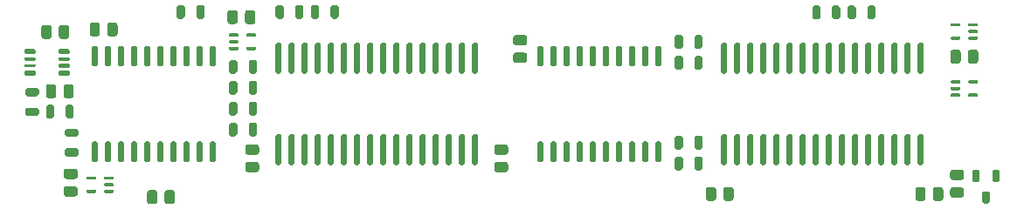
<source format=gtp>
G04 #@! TF.GenerationSoftware,KiCad,Pcbnew,(5.1.10-1-10_14)*
G04 #@! TF.CreationDate,2021-07-01T19:13:49-04:00*
G04 #@! TF.ProjectId,MacIIfxRAMSIMM,4d616349-4966-4785-9241-4d53494d4d2e,rev?*
G04 #@! TF.SameCoordinates,Original*
G04 #@! TF.FileFunction,Paste,Top*
G04 #@! TF.FilePolarity,Positive*
%FSLAX46Y46*%
G04 Gerber Fmt 4.6, Leading zero omitted, Abs format (unit mm)*
G04 Created by KiCad (PCBNEW (5.1.10-1-10_14)) date 2021-07-01 19:13:49*
%MOMM*%
%LPD*%
G01*
G04 APERTURE LIST*
G04 APERTURE END LIST*
G36*
G01*
X77115000Y-108830000D02*
X77115000Y-108570000D01*
G75*
G02*
X77245000Y-108440000I130000J0D01*
G01*
X78055000Y-108440000D01*
G75*
G02*
X78185000Y-108570000I0J-130000D01*
G01*
X78185000Y-108830000D01*
G75*
G02*
X78055000Y-108960000I-130000J0D01*
G01*
X77245000Y-108960000D01*
G75*
G02*
X77115000Y-108830000I0J130000D01*
G01*
G37*
G36*
G01*
X77115000Y-109517500D02*
X77115000Y-109332500D01*
G75*
G02*
X77207500Y-109240000I92500J0D01*
G01*
X78092500Y-109240000D01*
G75*
G02*
X78185000Y-109332500I0J-92500D01*
G01*
X78185000Y-109517500D01*
G75*
G02*
X78092500Y-109610000I-92500J0D01*
G01*
X77207500Y-109610000D01*
G75*
G02*
X77115000Y-109517500I0J92500D01*
G01*
G37*
G36*
G01*
X77115000Y-110167500D02*
X77115000Y-109982500D01*
G75*
G02*
X77207500Y-109890000I92500J0D01*
G01*
X78092500Y-109890000D01*
G75*
G02*
X78185000Y-109982500I0J-92500D01*
G01*
X78185000Y-110167500D01*
G75*
G02*
X78092500Y-110260000I-92500J0D01*
G01*
X77207500Y-110260000D01*
G75*
G02*
X77115000Y-110167500I0J92500D01*
G01*
G37*
G36*
G01*
X77115000Y-110930000D02*
X77115000Y-110670000D01*
G75*
G02*
X77245000Y-110540000I130000J0D01*
G01*
X78055000Y-110540000D01*
G75*
G02*
X78185000Y-110670000I0J-130000D01*
G01*
X78185000Y-110930000D01*
G75*
G02*
X78055000Y-111060000I-130000J0D01*
G01*
X77245000Y-111060000D01*
G75*
G02*
X77115000Y-110930000I0J130000D01*
G01*
G37*
G36*
G01*
X73815000Y-110930000D02*
X73815000Y-110670000D01*
G75*
G02*
X73945000Y-110540000I130000J0D01*
G01*
X74755000Y-110540000D01*
G75*
G02*
X74885000Y-110670000I0J-130000D01*
G01*
X74885000Y-110930000D01*
G75*
G02*
X74755000Y-111060000I-130000J0D01*
G01*
X73945000Y-111060000D01*
G75*
G02*
X73815000Y-110930000I0J130000D01*
G01*
G37*
G36*
G01*
X73815000Y-110155000D02*
X73815000Y-109995000D01*
G75*
G02*
X73895000Y-109915000I80000J0D01*
G01*
X74805000Y-109915000D01*
G75*
G02*
X74885000Y-109995000I0J-80000D01*
G01*
X74885000Y-110155000D01*
G75*
G02*
X74805000Y-110235000I-80000J0D01*
G01*
X73895000Y-110235000D01*
G75*
G02*
X73815000Y-110155000I0J80000D01*
G01*
G37*
G36*
G01*
X73815000Y-109505000D02*
X73815000Y-109345000D01*
G75*
G02*
X73895000Y-109265000I80000J0D01*
G01*
X74805000Y-109265000D01*
G75*
G02*
X74885000Y-109345000I0J-80000D01*
G01*
X74885000Y-109505000D01*
G75*
G02*
X74805000Y-109585000I-80000J0D01*
G01*
X73895000Y-109585000D01*
G75*
G02*
X73815000Y-109505000I0J80000D01*
G01*
G37*
G36*
G01*
X73815000Y-108830000D02*
X73815000Y-108570000D01*
G75*
G02*
X73945000Y-108440000I130000J0D01*
G01*
X74755000Y-108440000D01*
G75*
G02*
X74885000Y-108570000I0J-130000D01*
G01*
X74885000Y-108830000D01*
G75*
G02*
X74755000Y-108960000I-130000J0D01*
G01*
X73945000Y-108960000D01*
G75*
G02*
X73815000Y-108830000I0J130000D01*
G01*
G37*
G36*
G01*
X95460000Y-119437000D02*
X96310000Y-119437000D01*
G75*
G02*
X96560000Y-119687000I0J-250000D01*
G01*
X96560000Y-120187000D01*
G75*
G02*
X96310000Y-120437000I-250000J0D01*
G01*
X95460000Y-120437000D01*
G75*
G02*
X95210000Y-120187000I0J250000D01*
G01*
X95210000Y-119687000D01*
G75*
G02*
X95460000Y-119437000I250000J0D01*
G01*
G37*
G36*
G01*
X95460000Y-117737000D02*
X96310000Y-117737000D01*
G75*
G02*
X96560000Y-117987000I0J-250000D01*
G01*
X96560000Y-118487000D01*
G75*
G02*
X96310000Y-118737000I-250000J0D01*
G01*
X95460000Y-118737000D01*
G75*
G02*
X95210000Y-118487000I0J250000D01*
G01*
X95210000Y-117987000D01*
G75*
G02*
X95460000Y-117737000I250000J0D01*
G01*
G37*
G36*
G01*
X141742500Y-110846000D02*
X141467500Y-110846000D01*
G75*
G02*
X141330000Y-110708500I0J137500D01*
G01*
X141330000Y-107985500D01*
G75*
G02*
X141467500Y-107848000I137500J0D01*
G01*
X141742500Y-107848000D01*
G75*
G02*
X141880000Y-107985500I0J-137500D01*
G01*
X141880000Y-110708500D01*
G75*
G02*
X141742500Y-110846000I-137500J0D01*
G01*
G37*
G36*
G01*
X143012500Y-110846000D02*
X142737500Y-110846000D01*
G75*
G02*
X142600000Y-110708500I0J137500D01*
G01*
X142600000Y-107985500D01*
G75*
G02*
X142737500Y-107848000I137500J0D01*
G01*
X143012500Y-107848000D01*
G75*
G02*
X143150000Y-107985500I0J-137500D01*
G01*
X143150000Y-110708500D01*
G75*
G02*
X143012500Y-110846000I-137500J0D01*
G01*
G37*
G36*
G01*
X144282500Y-110846000D02*
X144007500Y-110846000D01*
G75*
G02*
X143870000Y-110708500I0J137500D01*
G01*
X143870000Y-107985500D01*
G75*
G02*
X144007500Y-107848000I137500J0D01*
G01*
X144282500Y-107848000D01*
G75*
G02*
X144420000Y-107985500I0J-137500D01*
G01*
X144420000Y-110708500D01*
G75*
G02*
X144282500Y-110846000I-137500J0D01*
G01*
G37*
G36*
G01*
X145552500Y-110846000D02*
X145277500Y-110846000D01*
G75*
G02*
X145140000Y-110708500I0J137500D01*
G01*
X145140000Y-107985500D01*
G75*
G02*
X145277500Y-107848000I137500J0D01*
G01*
X145552500Y-107848000D01*
G75*
G02*
X145690000Y-107985500I0J-137500D01*
G01*
X145690000Y-110708500D01*
G75*
G02*
X145552500Y-110846000I-137500J0D01*
G01*
G37*
G36*
G01*
X156707500Y-107848000D02*
X156982500Y-107848000D01*
G75*
G02*
X157120000Y-107985500I0J-137500D01*
G01*
X157120000Y-110708500D01*
G75*
G02*
X156982500Y-110846000I-137500J0D01*
G01*
X156707500Y-110846000D01*
G75*
G02*
X156570000Y-110708500I0J137500D01*
G01*
X156570000Y-107985500D01*
G75*
G02*
X156707500Y-107848000I137500J0D01*
G01*
G37*
G36*
G01*
X157977500Y-107848000D02*
X158252500Y-107848000D01*
G75*
G02*
X158390000Y-107985500I0J-137500D01*
G01*
X158390000Y-110708500D01*
G75*
G02*
X158252500Y-110846000I-137500J0D01*
G01*
X157977500Y-110846000D01*
G75*
G02*
X157840000Y-110708500I0J137500D01*
G01*
X157840000Y-107985500D01*
G75*
G02*
X157977500Y-107848000I137500J0D01*
G01*
G37*
G36*
G01*
X159247500Y-107848000D02*
X159522500Y-107848000D01*
G75*
G02*
X159660000Y-107985500I0J-137500D01*
G01*
X159660000Y-110708500D01*
G75*
G02*
X159522500Y-110846000I-137500J0D01*
G01*
X159247500Y-110846000D01*
G75*
G02*
X159110000Y-110708500I0J137500D01*
G01*
X159110000Y-107985500D01*
G75*
G02*
X159247500Y-107848000I137500J0D01*
G01*
G37*
G36*
G01*
X160517500Y-107848000D02*
X160792500Y-107848000D01*
G75*
G02*
X160930000Y-107985500I0J-137500D01*
G01*
X160930000Y-110708500D01*
G75*
G02*
X160792500Y-110846000I-137500J0D01*
G01*
X160517500Y-110846000D01*
G75*
G02*
X160380000Y-110708500I0J137500D01*
G01*
X160380000Y-107985500D01*
G75*
G02*
X160517500Y-107848000I137500J0D01*
G01*
G37*
G36*
G01*
X160792500Y-119736000D02*
X160517500Y-119736000D01*
G75*
G02*
X160380000Y-119598500I0J137500D01*
G01*
X160380000Y-116875500D01*
G75*
G02*
X160517500Y-116738000I137500J0D01*
G01*
X160792500Y-116738000D01*
G75*
G02*
X160930000Y-116875500I0J-137500D01*
G01*
X160930000Y-119598500D01*
G75*
G02*
X160792500Y-119736000I-137500J0D01*
G01*
G37*
G36*
G01*
X159522500Y-119736000D02*
X159247500Y-119736000D01*
G75*
G02*
X159110000Y-119598500I0J137500D01*
G01*
X159110000Y-116875500D01*
G75*
G02*
X159247500Y-116738000I137500J0D01*
G01*
X159522500Y-116738000D01*
G75*
G02*
X159660000Y-116875500I0J-137500D01*
G01*
X159660000Y-119598500D01*
G75*
G02*
X159522500Y-119736000I-137500J0D01*
G01*
G37*
G36*
G01*
X149362500Y-119736000D02*
X149087500Y-119736000D01*
G75*
G02*
X148950000Y-119598500I0J137500D01*
G01*
X148950000Y-116875500D01*
G75*
G02*
X149087500Y-116738000I137500J0D01*
G01*
X149362500Y-116738000D01*
G75*
G02*
X149500000Y-116875500I0J-137500D01*
G01*
X149500000Y-119598500D01*
G75*
G02*
X149362500Y-119736000I-137500J0D01*
G01*
G37*
G36*
G01*
X149362500Y-110846000D02*
X149087500Y-110846000D01*
G75*
G02*
X148950000Y-110708500I0J137500D01*
G01*
X148950000Y-107985500D01*
G75*
G02*
X149087500Y-107848000I137500J0D01*
G01*
X149362500Y-107848000D01*
G75*
G02*
X149500000Y-107985500I0J-137500D01*
G01*
X149500000Y-110708500D01*
G75*
G02*
X149362500Y-110846000I-137500J0D01*
G01*
G37*
G36*
G01*
X150632500Y-110846000D02*
X150357500Y-110846000D01*
G75*
G02*
X150220000Y-110708500I0J137500D01*
G01*
X150220000Y-107985500D01*
G75*
G02*
X150357500Y-107848000I137500J0D01*
G01*
X150632500Y-107848000D01*
G75*
G02*
X150770000Y-107985500I0J-137500D01*
G01*
X150770000Y-110708500D01*
G75*
G02*
X150632500Y-110846000I-137500J0D01*
G01*
G37*
G36*
G01*
X151902500Y-110846000D02*
X151627500Y-110846000D01*
G75*
G02*
X151490000Y-110708500I0J137500D01*
G01*
X151490000Y-107985500D01*
G75*
G02*
X151627500Y-107848000I137500J0D01*
G01*
X151902500Y-107848000D01*
G75*
G02*
X152040000Y-107985500I0J-137500D01*
G01*
X152040000Y-110708500D01*
G75*
G02*
X151902500Y-110846000I-137500J0D01*
G01*
G37*
G36*
G01*
X153172500Y-110846000D02*
X152897500Y-110846000D01*
G75*
G02*
X152760000Y-110708500I0J137500D01*
G01*
X152760000Y-107985500D01*
G75*
G02*
X152897500Y-107848000I137500J0D01*
G01*
X153172500Y-107848000D01*
G75*
G02*
X153310000Y-107985500I0J-137500D01*
G01*
X153310000Y-110708500D01*
G75*
G02*
X153172500Y-110846000I-137500J0D01*
G01*
G37*
G36*
G01*
X154442500Y-110846000D02*
X154167500Y-110846000D01*
G75*
G02*
X154030000Y-110708500I0J137500D01*
G01*
X154030000Y-107985500D01*
G75*
G02*
X154167500Y-107848000I137500J0D01*
G01*
X154442500Y-107848000D01*
G75*
G02*
X154580000Y-107985500I0J-137500D01*
G01*
X154580000Y-110708500D01*
G75*
G02*
X154442500Y-110846000I-137500J0D01*
G01*
G37*
G36*
G01*
X156982500Y-119736000D02*
X156707500Y-119736000D01*
G75*
G02*
X156570000Y-119598500I0J137500D01*
G01*
X156570000Y-116875500D01*
G75*
G02*
X156707500Y-116738000I137500J0D01*
G01*
X156982500Y-116738000D01*
G75*
G02*
X157120000Y-116875500I0J-137500D01*
G01*
X157120000Y-119598500D01*
G75*
G02*
X156982500Y-119736000I-137500J0D01*
G01*
G37*
G36*
G01*
X155712500Y-119736000D02*
X155437500Y-119736000D01*
G75*
G02*
X155300000Y-119598500I0J137500D01*
G01*
X155300000Y-116875500D01*
G75*
G02*
X155437500Y-116738000I137500J0D01*
G01*
X155712500Y-116738000D01*
G75*
G02*
X155850000Y-116875500I0J-137500D01*
G01*
X155850000Y-119598500D01*
G75*
G02*
X155712500Y-119736000I-137500J0D01*
G01*
G37*
G36*
G01*
X154442500Y-119736000D02*
X154167500Y-119736000D01*
G75*
G02*
X154030000Y-119598500I0J137500D01*
G01*
X154030000Y-116875500D01*
G75*
G02*
X154167500Y-116738000I137500J0D01*
G01*
X154442500Y-116738000D01*
G75*
G02*
X154580000Y-116875500I0J-137500D01*
G01*
X154580000Y-119598500D01*
G75*
G02*
X154442500Y-119736000I-137500J0D01*
G01*
G37*
G36*
G01*
X153172500Y-119736000D02*
X152897500Y-119736000D01*
G75*
G02*
X152760000Y-119598500I0J137500D01*
G01*
X152760000Y-116875500D01*
G75*
G02*
X152897500Y-116738000I137500J0D01*
G01*
X153172500Y-116738000D01*
G75*
G02*
X153310000Y-116875500I0J-137500D01*
G01*
X153310000Y-119598500D01*
G75*
G02*
X153172500Y-119736000I-137500J0D01*
G01*
G37*
G36*
G01*
X151902500Y-119736000D02*
X151627500Y-119736000D01*
G75*
G02*
X151490000Y-119598500I0J137500D01*
G01*
X151490000Y-116875500D01*
G75*
G02*
X151627500Y-116738000I137500J0D01*
G01*
X151902500Y-116738000D01*
G75*
G02*
X152040000Y-116875500I0J-137500D01*
G01*
X152040000Y-119598500D01*
G75*
G02*
X151902500Y-119736000I-137500J0D01*
G01*
G37*
G36*
G01*
X146822500Y-119736000D02*
X146547500Y-119736000D01*
G75*
G02*
X146410000Y-119598500I0J137500D01*
G01*
X146410000Y-116875500D01*
G75*
G02*
X146547500Y-116738000I137500J0D01*
G01*
X146822500Y-116738000D01*
G75*
G02*
X146960000Y-116875500I0J-137500D01*
G01*
X146960000Y-119598500D01*
G75*
G02*
X146822500Y-119736000I-137500J0D01*
G01*
G37*
G36*
G01*
X145552500Y-119736000D02*
X145277500Y-119736000D01*
G75*
G02*
X145140000Y-119598500I0J137500D01*
G01*
X145140000Y-116875500D01*
G75*
G02*
X145277500Y-116738000I137500J0D01*
G01*
X145552500Y-116738000D01*
G75*
G02*
X145690000Y-116875500I0J-137500D01*
G01*
X145690000Y-119598500D01*
G75*
G02*
X145552500Y-119736000I-137500J0D01*
G01*
G37*
G36*
G01*
X144282500Y-119736000D02*
X144007500Y-119736000D01*
G75*
G02*
X143870000Y-119598500I0J137500D01*
G01*
X143870000Y-116875500D01*
G75*
G02*
X144007500Y-116738000I137500J0D01*
G01*
X144282500Y-116738000D01*
G75*
G02*
X144420000Y-116875500I0J-137500D01*
G01*
X144420000Y-119598500D01*
G75*
G02*
X144282500Y-119736000I-137500J0D01*
G01*
G37*
G36*
G01*
X143012500Y-119736000D02*
X142737500Y-119736000D01*
G75*
G02*
X142600000Y-119598500I0J137500D01*
G01*
X142600000Y-116875500D01*
G75*
G02*
X142737500Y-116738000I137500J0D01*
G01*
X143012500Y-116738000D01*
G75*
G02*
X143150000Y-116875500I0J-137500D01*
G01*
X143150000Y-119598500D01*
G75*
G02*
X143012500Y-119736000I-137500J0D01*
G01*
G37*
G36*
G01*
X141742500Y-119736000D02*
X141467500Y-119736000D01*
G75*
G02*
X141330000Y-119598500I0J137500D01*
G01*
X141330000Y-116875500D01*
G75*
G02*
X141467500Y-116738000I137500J0D01*
G01*
X141742500Y-116738000D01*
G75*
G02*
X141880000Y-116875500I0J-137500D01*
G01*
X141880000Y-119598500D01*
G75*
G02*
X141742500Y-119736000I-137500J0D01*
G01*
G37*
G36*
G01*
X155712500Y-110846000D02*
X155437500Y-110846000D01*
G75*
G02*
X155300000Y-110708500I0J137500D01*
G01*
X155300000Y-107985500D01*
G75*
G02*
X155437500Y-107848000I137500J0D01*
G01*
X155712500Y-107848000D01*
G75*
G02*
X155850000Y-107985500I0J-137500D01*
G01*
X155850000Y-110708500D01*
G75*
G02*
X155712500Y-110846000I-137500J0D01*
G01*
G37*
G36*
G01*
X148092500Y-119736000D02*
X147817500Y-119736000D01*
G75*
G02*
X147680000Y-119598500I0J137500D01*
G01*
X147680000Y-116875500D01*
G75*
G02*
X147817500Y-116738000I137500J0D01*
G01*
X148092500Y-116738000D01*
G75*
G02*
X148230000Y-116875500I0J-137500D01*
G01*
X148230000Y-119598500D01*
G75*
G02*
X148092500Y-119736000I-137500J0D01*
G01*
G37*
G36*
G01*
X150632500Y-119736000D02*
X150357500Y-119736000D01*
G75*
G02*
X150220000Y-119598500I0J137500D01*
G01*
X150220000Y-116875500D01*
G75*
G02*
X150357500Y-116738000I137500J0D01*
G01*
X150632500Y-116738000D01*
G75*
G02*
X150770000Y-116875500I0J-137500D01*
G01*
X150770000Y-119598500D01*
G75*
G02*
X150632500Y-119736000I-137500J0D01*
G01*
G37*
G36*
G01*
X158252500Y-119736000D02*
X157977500Y-119736000D01*
G75*
G02*
X157840000Y-119598500I0J137500D01*
G01*
X157840000Y-116875500D01*
G75*
G02*
X157977500Y-116738000I137500J0D01*
G01*
X158252500Y-116738000D01*
G75*
G02*
X158390000Y-116875500I0J-137500D01*
G01*
X158390000Y-119598500D01*
G75*
G02*
X158252500Y-119736000I-137500J0D01*
G01*
G37*
G36*
G01*
X148092500Y-110846000D02*
X147817500Y-110846000D01*
G75*
G02*
X147680000Y-110708500I0J137500D01*
G01*
X147680000Y-107985500D01*
G75*
G02*
X147817500Y-107848000I137500J0D01*
G01*
X148092500Y-107848000D01*
G75*
G02*
X148230000Y-107985500I0J-137500D01*
G01*
X148230000Y-110708500D01*
G75*
G02*
X148092500Y-110846000I-137500J0D01*
G01*
G37*
G36*
G01*
X146822500Y-110846000D02*
X146547500Y-110846000D01*
G75*
G02*
X146410000Y-110708500I0J137500D01*
G01*
X146410000Y-107985500D01*
G75*
G02*
X146547500Y-107848000I137500J0D01*
G01*
X146822500Y-107848000D01*
G75*
G02*
X146960000Y-107985500I0J-137500D01*
G01*
X146960000Y-110708500D01*
G75*
G02*
X146822500Y-110846000I-137500J0D01*
G01*
G37*
G36*
G01*
X98562500Y-110846000D02*
X98287500Y-110846000D01*
G75*
G02*
X98150000Y-110708500I0J137500D01*
G01*
X98150000Y-107985500D01*
G75*
G02*
X98287500Y-107848000I137500J0D01*
G01*
X98562500Y-107848000D01*
G75*
G02*
X98700000Y-107985500I0J-137500D01*
G01*
X98700000Y-110708500D01*
G75*
G02*
X98562500Y-110846000I-137500J0D01*
G01*
G37*
G36*
G01*
X99832500Y-110846000D02*
X99557500Y-110846000D01*
G75*
G02*
X99420000Y-110708500I0J137500D01*
G01*
X99420000Y-107985500D01*
G75*
G02*
X99557500Y-107848000I137500J0D01*
G01*
X99832500Y-107848000D01*
G75*
G02*
X99970000Y-107985500I0J-137500D01*
G01*
X99970000Y-110708500D01*
G75*
G02*
X99832500Y-110846000I-137500J0D01*
G01*
G37*
G36*
G01*
X101102500Y-110846000D02*
X100827500Y-110846000D01*
G75*
G02*
X100690000Y-110708500I0J137500D01*
G01*
X100690000Y-107985500D01*
G75*
G02*
X100827500Y-107848000I137500J0D01*
G01*
X101102500Y-107848000D01*
G75*
G02*
X101240000Y-107985500I0J-137500D01*
G01*
X101240000Y-110708500D01*
G75*
G02*
X101102500Y-110846000I-137500J0D01*
G01*
G37*
G36*
G01*
X102372500Y-110846000D02*
X102097500Y-110846000D01*
G75*
G02*
X101960000Y-110708500I0J137500D01*
G01*
X101960000Y-107985500D01*
G75*
G02*
X102097500Y-107848000I137500J0D01*
G01*
X102372500Y-107848000D01*
G75*
G02*
X102510000Y-107985500I0J-137500D01*
G01*
X102510000Y-110708500D01*
G75*
G02*
X102372500Y-110846000I-137500J0D01*
G01*
G37*
G36*
G01*
X113527500Y-107848000D02*
X113802500Y-107848000D01*
G75*
G02*
X113940000Y-107985500I0J-137500D01*
G01*
X113940000Y-110708500D01*
G75*
G02*
X113802500Y-110846000I-137500J0D01*
G01*
X113527500Y-110846000D01*
G75*
G02*
X113390000Y-110708500I0J137500D01*
G01*
X113390000Y-107985500D01*
G75*
G02*
X113527500Y-107848000I137500J0D01*
G01*
G37*
G36*
G01*
X114797500Y-107848000D02*
X115072500Y-107848000D01*
G75*
G02*
X115210000Y-107985500I0J-137500D01*
G01*
X115210000Y-110708500D01*
G75*
G02*
X115072500Y-110846000I-137500J0D01*
G01*
X114797500Y-110846000D01*
G75*
G02*
X114660000Y-110708500I0J137500D01*
G01*
X114660000Y-107985500D01*
G75*
G02*
X114797500Y-107848000I137500J0D01*
G01*
G37*
G36*
G01*
X116067500Y-107848000D02*
X116342500Y-107848000D01*
G75*
G02*
X116480000Y-107985500I0J-137500D01*
G01*
X116480000Y-110708500D01*
G75*
G02*
X116342500Y-110846000I-137500J0D01*
G01*
X116067500Y-110846000D01*
G75*
G02*
X115930000Y-110708500I0J137500D01*
G01*
X115930000Y-107985500D01*
G75*
G02*
X116067500Y-107848000I137500J0D01*
G01*
G37*
G36*
G01*
X117337500Y-107848000D02*
X117612500Y-107848000D01*
G75*
G02*
X117750000Y-107985500I0J-137500D01*
G01*
X117750000Y-110708500D01*
G75*
G02*
X117612500Y-110846000I-137500J0D01*
G01*
X117337500Y-110846000D01*
G75*
G02*
X117200000Y-110708500I0J137500D01*
G01*
X117200000Y-107985500D01*
G75*
G02*
X117337500Y-107848000I137500J0D01*
G01*
G37*
G36*
G01*
X117612500Y-119736000D02*
X117337500Y-119736000D01*
G75*
G02*
X117200000Y-119598500I0J137500D01*
G01*
X117200000Y-116875500D01*
G75*
G02*
X117337500Y-116738000I137500J0D01*
G01*
X117612500Y-116738000D01*
G75*
G02*
X117750000Y-116875500I0J-137500D01*
G01*
X117750000Y-119598500D01*
G75*
G02*
X117612500Y-119736000I-137500J0D01*
G01*
G37*
G36*
G01*
X116342500Y-119736000D02*
X116067500Y-119736000D01*
G75*
G02*
X115930000Y-119598500I0J137500D01*
G01*
X115930000Y-116875500D01*
G75*
G02*
X116067500Y-116738000I137500J0D01*
G01*
X116342500Y-116738000D01*
G75*
G02*
X116480000Y-116875500I0J-137500D01*
G01*
X116480000Y-119598500D01*
G75*
G02*
X116342500Y-119736000I-137500J0D01*
G01*
G37*
G36*
G01*
X106182500Y-119736000D02*
X105907500Y-119736000D01*
G75*
G02*
X105770000Y-119598500I0J137500D01*
G01*
X105770000Y-116875500D01*
G75*
G02*
X105907500Y-116738000I137500J0D01*
G01*
X106182500Y-116738000D01*
G75*
G02*
X106320000Y-116875500I0J-137500D01*
G01*
X106320000Y-119598500D01*
G75*
G02*
X106182500Y-119736000I-137500J0D01*
G01*
G37*
G36*
G01*
X106182500Y-110846000D02*
X105907500Y-110846000D01*
G75*
G02*
X105770000Y-110708500I0J137500D01*
G01*
X105770000Y-107985500D01*
G75*
G02*
X105907500Y-107848000I137500J0D01*
G01*
X106182500Y-107848000D01*
G75*
G02*
X106320000Y-107985500I0J-137500D01*
G01*
X106320000Y-110708500D01*
G75*
G02*
X106182500Y-110846000I-137500J0D01*
G01*
G37*
G36*
G01*
X107452500Y-110846000D02*
X107177500Y-110846000D01*
G75*
G02*
X107040000Y-110708500I0J137500D01*
G01*
X107040000Y-107985500D01*
G75*
G02*
X107177500Y-107848000I137500J0D01*
G01*
X107452500Y-107848000D01*
G75*
G02*
X107590000Y-107985500I0J-137500D01*
G01*
X107590000Y-110708500D01*
G75*
G02*
X107452500Y-110846000I-137500J0D01*
G01*
G37*
G36*
G01*
X108722500Y-110846000D02*
X108447500Y-110846000D01*
G75*
G02*
X108310000Y-110708500I0J137500D01*
G01*
X108310000Y-107985500D01*
G75*
G02*
X108447500Y-107848000I137500J0D01*
G01*
X108722500Y-107848000D01*
G75*
G02*
X108860000Y-107985500I0J-137500D01*
G01*
X108860000Y-110708500D01*
G75*
G02*
X108722500Y-110846000I-137500J0D01*
G01*
G37*
G36*
G01*
X109992500Y-110846000D02*
X109717500Y-110846000D01*
G75*
G02*
X109580000Y-110708500I0J137500D01*
G01*
X109580000Y-107985500D01*
G75*
G02*
X109717500Y-107848000I137500J0D01*
G01*
X109992500Y-107848000D01*
G75*
G02*
X110130000Y-107985500I0J-137500D01*
G01*
X110130000Y-110708500D01*
G75*
G02*
X109992500Y-110846000I-137500J0D01*
G01*
G37*
G36*
G01*
X111262500Y-110846000D02*
X110987500Y-110846000D01*
G75*
G02*
X110850000Y-110708500I0J137500D01*
G01*
X110850000Y-107985500D01*
G75*
G02*
X110987500Y-107848000I137500J0D01*
G01*
X111262500Y-107848000D01*
G75*
G02*
X111400000Y-107985500I0J-137500D01*
G01*
X111400000Y-110708500D01*
G75*
G02*
X111262500Y-110846000I-137500J0D01*
G01*
G37*
G36*
G01*
X113802500Y-119736000D02*
X113527500Y-119736000D01*
G75*
G02*
X113390000Y-119598500I0J137500D01*
G01*
X113390000Y-116875500D01*
G75*
G02*
X113527500Y-116738000I137500J0D01*
G01*
X113802500Y-116738000D01*
G75*
G02*
X113940000Y-116875500I0J-137500D01*
G01*
X113940000Y-119598500D01*
G75*
G02*
X113802500Y-119736000I-137500J0D01*
G01*
G37*
G36*
G01*
X112532500Y-119736000D02*
X112257500Y-119736000D01*
G75*
G02*
X112120000Y-119598500I0J137500D01*
G01*
X112120000Y-116875500D01*
G75*
G02*
X112257500Y-116738000I137500J0D01*
G01*
X112532500Y-116738000D01*
G75*
G02*
X112670000Y-116875500I0J-137500D01*
G01*
X112670000Y-119598500D01*
G75*
G02*
X112532500Y-119736000I-137500J0D01*
G01*
G37*
G36*
G01*
X111262500Y-119736000D02*
X110987500Y-119736000D01*
G75*
G02*
X110850000Y-119598500I0J137500D01*
G01*
X110850000Y-116875500D01*
G75*
G02*
X110987500Y-116738000I137500J0D01*
G01*
X111262500Y-116738000D01*
G75*
G02*
X111400000Y-116875500I0J-137500D01*
G01*
X111400000Y-119598500D01*
G75*
G02*
X111262500Y-119736000I-137500J0D01*
G01*
G37*
G36*
G01*
X109992500Y-119736000D02*
X109717500Y-119736000D01*
G75*
G02*
X109580000Y-119598500I0J137500D01*
G01*
X109580000Y-116875500D01*
G75*
G02*
X109717500Y-116738000I137500J0D01*
G01*
X109992500Y-116738000D01*
G75*
G02*
X110130000Y-116875500I0J-137500D01*
G01*
X110130000Y-119598500D01*
G75*
G02*
X109992500Y-119736000I-137500J0D01*
G01*
G37*
G36*
G01*
X108722500Y-119736000D02*
X108447500Y-119736000D01*
G75*
G02*
X108310000Y-119598500I0J137500D01*
G01*
X108310000Y-116875500D01*
G75*
G02*
X108447500Y-116738000I137500J0D01*
G01*
X108722500Y-116738000D01*
G75*
G02*
X108860000Y-116875500I0J-137500D01*
G01*
X108860000Y-119598500D01*
G75*
G02*
X108722500Y-119736000I-137500J0D01*
G01*
G37*
G36*
G01*
X103642500Y-119736000D02*
X103367500Y-119736000D01*
G75*
G02*
X103230000Y-119598500I0J137500D01*
G01*
X103230000Y-116875500D01*
G75*
G02*
X103367500Y-116738000I137500J0D01*
G01*
X103642500Y-116738000D01*
G75*
G02*
X103780000Y-116875500I0J-137500D01*
G01*
X103780000Y-119598500D01*
G75*
G02*
X103642500Y-119736000I-137500J0D01*
G01*
G37*
G36*
G01*
X102372500Y-119736000D02*
X102097500Y-119736000D01*
G75*
G02*
X101960000Y-119598500I0J137500D01*
G01*
X101960000Y-116875500D01*
G75*
G02*
X102097500Y-116738000I137500J0D01*
G01*
X102372500Y-116738000D01*
G75*
G02*
X102510000Y-116875500I0J-137500D01*
G01*
X102510000Y-119598500D01*
G75*
G02*
X102372500Y-119736000I-137500J0D01*
G01*
G37*
G36*
G01*
X101102500Y-119736000D02*
X100827500Y-119736000D01*
G75*
G02*
X100690000Y-119598500I0J137500D01*
G01*
X100690000Y-116875500D01*
G75*
G02*
X100827500Y-116738000I137500J0D01*
G01*
X101102500Y-116738000D01*
G75*
G02*
X101240000Y-116875500I0J-137500D01*
G01*
X101240000Y-119598500D01*
G75*
G02*
X101102500Y-119736000I-137500J0D01*
G01*
G37*
G36*
G01*
X99832500Y-119736000D02*
X99557500Y-119736000D01*
G75*
G02*
X99420000Y-119598500I0J137500D01*
G01*
X99420000Y-116875500D01*
G75*
G02*
X99557500Y-116738000I137500J0D01*
G01*
X99832500Y-116738000D01*
G75*
G02*
X99970000Y-116875500I0J-137500D01*
G01*
X99970000Y-119598500D01*
G75*
G02*
X99832500Y-119736000I-137500J0D01*
G01*
G37*
G36*
G01*
X98562500Y-119736000D02*
X98287500Y-119736000D01*
G75*
G02*
X98150000Y-119598500I0J137500D01*
G01*
X98150000Y-116875500D01*
G75*
G02*
X98287500Y-116738000I137500J0D01*
G01*
X98562500Y-116738000D01*
G75*
G02*
X98700000Y-116875500I0J-137500D01*
G01*
X98700000Y-119598500D01*
G75*
G02*
X98562500Y-119736000I-137500J0D01*
G01*
G37*
G36*
G01*
X112532500Y-110846000D02*
X112257500Y-110846000D01*
G75*
G02*
X112120000Y-110708500I0J137500D01*
G01*
X112120000Y-107985500D01*
G75*
G02*
X112257500Y-107848000I137500J0D01*
G01*
X112532500Y-107848000D01*
G75*
G02*
X112670000Y-107985500I0J-137500D01*
G01*
X112670000Y-110708500D01*
G75*
G02*
X112532500Y-110846000I-137500J0D01*
G01*
G37*
G36*
G01*
X104912500Y-119736000D02*
X104637500Y-119736000D01*
G75*
G02*
X104500000Y-119598500I0J137500D01*
G01*
X104500000Y-116875500D01*
G75*
G02*
X104637500Y-116738000I137500J0D01*
G01*
X104912500Y-116738000D01*
G75*
G02*
X105050000Y-116875500I0J-137500D01*
G01*
X105050000Y-119598500D01*
G75*
G02*
X104912500Y-119736000I-137500J0D01*
G01*
G37*
G36*
G01*
X107452500Y-119736000D02*
X107177500Y-119736000D01*
G75*
G02*
X107040000Y-119598500I0J137500D01*
G01*
X107040000Y-116875500D01*
G75*
G02*
X107177500Y-116738000I137500J0D01*
G01*
X107452500Y-116738000D01*
G75*
G02*
X107590000Y-116875500I0J-137500D01*
G01*
X107590000Y-119598500D01*
G75*
G02*
X107452500Y-119736000I-137500J0D01*
G01*
G37*
G36*
G01*
X115072500Y-119736000D02*
X114797500Y-119736000D01*
G75*
G02*
X114660000Y-119598500I0J137500D01*
G01*
X114660000Y-116875500D01*
G75*
G02*
X114797500Y-116738000I137500J0D01*
G01*
X115072500Y-116738000D01*
G75*
G02*
X115210000Y-116875500I0J-137500D01*
G01*
X115210000Y-119598500D01*
G75*
G02*
X115072500Y-119736000I-137500J0D01*
G01*
G37*
G36*
G01*
X104912500Y-110846000D02*
X104637500Y-110846000D01*
G75*
G02*
X104500000Y-110708500I0J137500D01*
G01*
X104500000Y-107985500D01*
G75*
G02*
X104637500Y-107848000I137500J0D01*
G01*
X104912500Y-107848000D01*
G75*
G02*
X105050000Y-107985500I0J-137500D01*
G01*
X105050000Y-110708500D01*
G75*
G02*
X104912500Y-110846000I-137500J0D01*
G01*
G37*
G36*
G01*
X103642500Y-110846000D02*
X103367500Y-110846000D01*
G75*
G02*
X103230000Y-110708500I0J137500D01*
G01*
X103230000Y-107985500D01*
G75*
G02*
X103367500Y-107848000I137500J0D01*
G01*
X103642500Y-107848000D01*
G75*
G02*
X103780000Y-107985500I0J-137500D01*
G01*
X103780000Y-110708500D01*
G75*
G02*
X103642500Y-110846000I-137500J0D01*
G01*
G37*
G36*
G01*
X155490000Y-105377000D02*
X155490000Y-104427000D01*
G75*
G02*
X155690000Y-104227000I200000J0D01*
G01*
X156090000Y-104227000D01*
G75*
G02*
X156290000Y-104427000I0J-200000D01*
G01*
X156290000Y-105377000D01*
G75*
G02*
X156090000Y-105577000I-200000J0D01*
G01*
X155690000Y-105577000D01*
G75*
G02*
X155490000Y-105377000I0J200000D01*
G01*
G37*
G36*
G01*
X153590000Y-105377000D02*
X153590000Y-104427000D01*
G75*
G02*
X153790000Y-104227000I200000J0D01*
G01*
X154190000Y-104227000D01*
G75*
G02*
X154390000Y-104427000I0J-200000D01*
G01*
X154390000Y-105377000D01*
G75*
G02*
X154190000Y-105577000I-200000J0D01*
G01*
X153790000Y-105577000D01*
G75*
G02*
X153590000Y-105377000I0J200000D01*
G01*
G37*
G36*
G01*
X91266000Y-104363500D02*
X91266000Y-105313500D01*
G75*
G02*
X91066000Y-105513500I-200000J0D01*
G01*
X90666000Y-105513500D01*
G75*
G02*
X90466000Y-105313500I0J200000D01*
G01*
X90466000Y-104363500D01*
G75*
G02*
X90666000Y-104163500I200000J0D01*
G01*
X91066000Y-104163500D01*
G75*
G02*
X91266000Y-104363500I0J-200000D01*
G01*
G37*
G36*
G01*
X89366000Y-104363500D02*
X89366000Y-105313500D01*
G75*
G02*
X89166000Y-105513500I-200000J0D01*
G01*
X88766000Y-105513500D01*
G75*
G02*
X88566000Y-105313500I0J200000D01*
G01*
X88566000Y-104363500D01*
G75*
G02*
X88766000Y-104163500I200000J0D01*
G01*
X89166000Y-104163500D01*
G75*
G02*
X89366000Y-104363500I0J-200000D01*
G01*
G37*
G36*
G01*
X96200000Y-104925000D02*
X96200000Y-105775000D01*
G75*
G02*
X95950000Y-106025000I-250000J0D01*
G01*
X95450000Y-106025000D01*
G75*
G02*
X95200000Y-105775000I0J250000D01*
G01*
X95200000Y-104925000D01*
G75*
G02*
X95450000Y-104675000I250000J0D01*
G01*
X95950000Y-104675000D01*
G75*
G02*
X96200000Y-104925000I0J-250000D01*
G01*
G37*
G36*
G01*
X94500000Y-104925000D02*
X94500000Y-105775000D01*
G75*
G02*
X94250000Y-106025000I-250000J0D01*
G01*
X93750000Y-106025000D01*
G75*
G02*
X93500000Y-105775000I0J250000D01*
G01*
X93500000Y-104925000D01*
G75*
G02*
X93750000Y-104675000I250000J0D01*
G01*
X94250000Y-104675000D01*
G75*
G02*
X94500000Y-104925000I0J-250000D01*
G01*
G37*
G36*
G01*
X100054500Y-105313500D02*
X100054500Y-104363500D01*
G75*
G02*
X100254500Y-104163500I200000J0D01*
G01*
X100654500Y-104163500D01*
G75*
G02*
X100854500Y-104363500I0J-200000D01*
G01*
X100854500Y-105313500D01*
G75*
G02*
X100654500Y-105513500I-200000J0D01*
G01*
X100254500Y-105513500D01*
G75*
G02*
X100054500Y-105313500I0J200000D01*
G01*
G37*
G36*
G01*
X98154500Y-105313500D02*
X98154500Y-104363500D01*
G75*
G02*
X98354500Y-104163500I200000J0D01*
G01*
X98754500Y-104163500D01*
G75*
G02*
X98954500Y-104363500I0J-200000D01*
G01*
X98954500Y-105313500D01*
G75*
G02*
X98754500Y-105513500I-200000J0D01*
G01*
X98354500Y-105513500D01*
G75*
G02*
X98154500Y-105313500I0J200000D01*
G01*
G37*
G36*
G01*
X104283500Y-104363500D02*
X104283500Y-105313500D01*
G75*
G02*
X104083500Y-105513500I-200000J0D01*
G01*
X103683500Y-105513500D01*
G75*
G02*
X103483500Y-105313500I0J200000D01*
G01*
X103483500Y-104363500D01*
G75*
G02*
X103683500Y-104163500I200000J0D01*
G01*
X104083500Y-104163500D01*
G75*
G02*
X104283500Y-104363500I0J-200000D01*
G01*
G37*
G36*
G01*
X102383500Y-104363500D02*
X102383500Y-105313500D01*
G75*
G02*
X102183500Y-105513500I-200000J0D01*
G01*
X101783500Y-105513500D01*
G75*
G02*
X101583500Y-105313500I0J200000D01*
G01*
X101583500Y-104363500D01*
G75*
G02*
X101783500Y-104163500I200000J0D01*
G01*
X102183500Y-104163500D01*
G75*
G02*
X102383500Y-104363500I0J-200000D01*
G01*
G37*
G36*
G01*
X150161000Y-105377000D02*
X150161000Y-104427000D01*
G75*
G02*
X150361000Y-104227000I200000J0D01*
G01*
X150761000Y-104227000D01*
G75*
G02*
X150961000Y-104427000I0J-200000D01*
G01*
X150961000Y-105377000D01*
G75*
G02*
X150761000Y-105577000I-200000J0D01*
G01*
X150361000Y-105577000D01*
G75*
G02*
X150161000Y-105377000I0J200000D01*
G01*
G37*
G36*
G01*
X152061000Y-105377000D02*
X152061000Y-104427000D01*
G75*
G02*
X152261000Y-104227000I200000J0D01*
G01*
X152661000Y-104227000D01*
G75*
G02*
X152861000Y-104427000I0J-200000D01*
G01*
X152861000Y-105377000D01*
G75*
G02*
X152661000Y-105577000I-200000J0D01*
G01*
X152261000Y-105577000D01*
G75*
G02*
X152061000Y-105377000I0J200000D01*
G01*
G37*
G36*
G01*
X93640000Y-108480000D02*
X93640000Y-108320000D01*
G75*
G02*
X93720000Y-108240000I80000J0D01*
G01*
X94480000Y-108240000D01*
G75*
G02*
X94560000Y-108320000I0J-80000D01*
G01*
X94560000Y-108480000D01*
G75*
G02*
X94480000Y-108560000I-80000J0D01*
G01*
X93720000Y-108560000D01*
G75*
G02*
X93640000Y-108480000I0J80000D01*
G01*
G37*
G36*
G01*
X93640000Y-107180000D02*
X93640000Y-107020000D01*
G75*
G02*
X93720000Y-106940000I80000J0D01*
G01*
X94480000Y-106940000D01*
G75*
G02*
X94560000Y-107020000I0J-80000D01*
G01*
X94560000Y-107180000D01*
G75*
G02*
X94480000Y-107260000I-80000J0D01*
G01*
X93720000Y-107260000D01*
G75*
G02*
X93640000Y-107180000I0J80000D01*
G01*
G37*
G36*
G01*
X93640000Y-107830000D02*
X93640000Y-107670000D01*
G75*
G02*
X93720000Y-107590000I80000J0D01*
G01*
X94480000Y-107590000D01*
G75*
G02*
X94560000Y-107670000I0J-80000D01*
G01*
X94560000Y-107830000D01*
G75*
G02*
X94480000Y-107910000I-80000J0D01*
G01*
X93720000Y-107910000D01*
G75*
G02*
X93640000Y-107830000I0J80000D01*
G01*
G37*
G36*
G01*
X95340000Y-108480000D02*
X95340000Y-108320000D01*
G75*
G02*
X95420000Y-108240000I80000J0D01*
G01*
X96180000Y-108240000D01*
G75*
G02*
X96260000Y-108320000I0J-80000D01*
G01*
X96260000Y-108480000D01*
G75*
G02*
X96180000Y-108560000I-80000J0D01*
G01*
X95420000Y-108560000D01*
G75*
G02*
X95340000Y-108480000I0J80000D01*
G01*
G37*
G36*
G01*
X95340000Y-107180000D02*
X95340000Y-107020000D01*
G75*
G02*
X95420000Y-106940000I80000J0D01*
G01*
X96180000Y-106940000D01*
G75*
G02*
X96260000Y-107020000I0J-80000D01*
G01*
X96260000Y-107180000D01*
G75*
G02*
X96180000Y-107260000I-80000J0D01*
G01*
X95420000Y-107260000D01*
G75*
G02*
X95340000Y-107180000I0J80000D01*
G01*
G37*
G36*
G01*
X78875000Y-118900000D02*
X77925000Y-118900000D01*
G75*
G02*
X77725000Y-118700000I0J200000D01*
G01*
X77725000Y-118300000D01*
G75*
G02*
X77925000Y-118100000I200000J0D01*
G01*
X78875000Y-118100000D01*
G75*
G02*
X79075000Y-118300000I0J-200000D01*
G01*
X79075000Y-118700000D01*
G75*
G02*
X78875000Y-118900000I-200000J0D01*
G01*
G37*
G36*
G01*
X78875000Y-117000000D02*
X77925000Y-117000000D01*
G75*
G02*
X77725000Y-116800000I0J200000D01*
G01*
X77725000Y-116400000D01*
G75*
G02*
X77925000Y-116200000I200000J0D01*
G01*
X78875000Y-116200000D01*
G75*
G02*
X79075000Y-116400000I0J-200000D01*
G01*
X79075000Y-116800000D01*
G75*
G02*
X78875000Y-117000000I-200000J0D01*
G01*
G37*
G36*
G01*
X74075000Y-114150000D02*
X75025000Y-114150000D01*
G75*
G02*
X75225000Y-114350000I0J-200000D01*
G01*
X75225000Y-114750000D01*
G75*
G02*
X75025000Y-114950000I-200000J0D01*
G01*
X74075000Y-114950000D01*
G75*
G02*
X73875000Y-114750000I0J200000D01*
G01*
X73875000Y-114350000D01*
G75*
G02*
X74075000Y-114150000I200000J0D01*
G01*
G37*
G36*
G01*
X74075000Y-112250000D02*
X75025000Y-112250000D01*
G75*
G02*
X75225000Y-112450000I0J-200000D01*
G01*
X75225000Y-112850000D01*
G75*
G02*
X75025000Y-113050000I-200000J0D01*
G01*
X74075000Y-113050000D01*
G75*
G02*
X73875000Y-112850000I0J200000D01*
G01*
X73875000Y-112450000D01*
G75*
G02*
X74075000Y-112250000I200000J0D01*
G01*
G37*
G36*
G01*
X163775000Y-120200000D02*
X164625000Y-120200000D01*
G75*
G02*
X164875000Y-120450000I0J-250000D01*
G01*
X164875000Y-120950000D01*
G75*
G02*
X164625000Y-121200000I-250000J0D01*
G01*
X163775000Y-121200000D01*
G75*
G02*
X163525000Y-120950000I0J250000D01*
G01*
X163525000Y-120450000D01*
G75*
G02*
X163775000Y-120200000I250000J0D01*
G01*
G37*
G36*
G01*
X163775000Y-121900000D02*
X164625000Y-121900000D01*
G75*
G02*
X164875000Y-122150000I0J-250000D01*
G01*
X164875000Y-122650000D01*
G75*
G02*
X164625000Y-122900000I-250000J0D01*
G01*
X163775000Y-122900000D01*
G75*
G02*
X163525000Y-122650000I0J250000D01*
G01*
X163525000Y-122150000D01*
G75*
G02*
X163775000Y-121900000I250000J0D01*
G01*
G37*
G36*
G01*
X85700000Y-123275000D02*
X85700000Y-122425000D01*
G75*
G02*
X85950000Y-122175000I250000J0D01*
G01*
X86450000Y-122175000D01*
G75*
G02*
X86700000Y-122425000I0J-250000D01*
G01*
X86700000Y-123275000D01*
G75*
G02*
X86450000Y-123525000I-250000J0D01*
G01*
X85950000Y-123525000D01*
G75*
G02*
X85700000Y-123275000I0J250000D01*
G01*
G37*
G36*
G01*
X87400000Y-123275000D02*
X87400000Y-122425000D01*
G75*
G02*
X87650000Y-122175000I250000J0D01*
G01*
X88150000Y-122175000D01*
G75*
G02*
X88400000Y-122425000I0J-250000D01*
G01*
X88400000Y-123275000D01*
G75*
G02*
X88150000Y-123525000I-250000J0D01*
G01*
X87650000Y-123525000D01*
G75*
G02*
X87400000Y-123275000I0J250000D01*
G01*
G37*
G36*
G01*
X167775000Y-120175000D02*
X168125000Y-120175000D01*
G75*
G02*
X168300000Y-120350000I0J-175000D01*
G01*
X168300000Y-121250000D01*
G75*
G02*
X168125000Y-121425000I-175000J0D01*
G01*
X167775000Y-121425000D01*
G75*
G02*
X167600000Y-121250000I0J175000D01*
G01*
X167600000Y-120350000D01*
G75*
G02*
X167775000Y-120175000I175000J0D01*
G01*
G37*
G36*
G01*
X165875000Y-120175000D02*
X166225000Y-120175000D01*
G75*
G02*
X166400000Y-120350000I0J-175000D01*
G01*
X166400000Y-121250000D01*
G75*
G02*
X166225000Y-121425000I-175000J0D01*
G01*
X165875000Y-121425000D01*
G75*
G02*
X165700000Y-121250000I0J175000D01*
G01*
X165700000Y-120350000D01*
G75*
G02*
X165875000Y-120175000I175000J0D01*
G01*
G37*
G36*
G01*
X166825000Y-122275000D02*
X167175000Y-122275000D01*
G75*
G02*
X167350000Y-122450000I0J-175000D01*
G01*
X167350000Y-123350000D01*
G75*
G02*
X167175000Y-123525000I-175000J0D01*
G01*
X166825000Y-123525000D01*
G75*
G02*
X166650000Y-123350000I0J175000D01*
G01*
X166650000Y-122450000D01*
G75*
G02*
X166825000Y-122275000I175000J0D01*
G01*
G37*
G36*
G01*
X123962500Y-110142000D02*
X123687500Y-110142000D01*
G75*
G02*
X123550000Y-110004500I0J137500D01*
G01*
X123550000Y-108279500D01*
G75*
G02*
X123687500Y-108142000I137500J0D01*
G01*
X123962500Y-108142000D01*
G75*
G02*
X124100000Y-108279500I0J-137500D01*
G01*
X124100000Y-110004500D01*
G75*
G02*
X123962500Y-110142000I-137500J0D01*
G01*
G37*
G36*
G01*
X125232500Y-110142000D02*
X124957500Y-110142000D01*
G75*
G02*
X124820000Y-110004500I0J137500D01*
G01*
X124820000Y-108279500D01*
G75*
G02*
X124957500Y-108142000I137500J0D01*
G01*
X125232500Y-108142000D01*
G75*
G02*
X125370000Y-108279500I0J-137500D01*
G01*
X125370000Y-110004500D01*
G75*
G02*
X125232500Y-110142000I-137500J0D01*
G01*
G37*
G36*
G01*
X126502500Y-110142000D02*
X126227500Y-110142000D01*
G75*
G02*
X126090000Y-110004500I0J137500D01*
G01*
X126090000Y-108279500D01*
G75*
G02*
X126227500Y-108142000I137500J0D01*
G01*
X126502500Y-108142000D01*
G75*
G02*
X126640000Y-108279500I0J-137500D01*
G01*
X126640000Y-110004500D01*
G75*
G02*
X126502500Y-110142000I-137500J0D01*
G01*
G37*
G36*
G01*
X127772500Y-110142000D02*
X127497500Y-110142000D01*
G75*
G02*
X127360000Y-110004500I0J137500D01*
G01*
X127360000Y-108279500D01*
G75*
G02*
X127497500Y-108142000I137500J0D01*
G01*
X127772500Y-108142000D01*
G75*
G02*
X127910000Y-108279500I0J-137500D01*
G01*
X127910000Y-110004500D01*
G75*
G02*
X127772500Y-110142000I-137500J0D01*
G01*
G37*
G36*
G01*
X129042500Y-110142000D02*
X128767500Y-110142000D01*
G75*
G02*
X128630000Y-110004500I0J137500D01*
G01*
X128630000Y-108279500D01*
G75*
G02*
X128767500Y-108142000I137500J0D01*
G01*
X129042500Y-108142000D01*
G75*
G02*
X129180000Y-108279500I0J-137500D01*
G01*
X129180000Y-110004500D01*
G75*
G02*
X129042500Y-110142000I-137500J0D01*
G01*
G37*
G36*
G01*
X130312500Y-110142000D02*
X130037500Y-110142000D01*
G75*
G02*
X129900000Y-110004500I0J137500D01*
G01*
X129900000Y-108279500D01*
G75*
G02*
X130037500Y-108142000I137500J0D01*
G01*
X130312500Y-108142000D01*
G75*
G02*
X130450000Y-108279500I0J-137500D01*
G01*
X130450000Y-110004500D01*
G75*
G02*
X130312500Y-110142000I-137500J0D01*
G01*
G37*
G36*
G01*
X131582500Y-110142000D02*
X131307500Y-110142000D01*
G75*
G02*
X131170000Y-110004500I0J137500D01*
G01*
X131170000Y-108279500D01*
G75*
G02*
X131307500Y-108142000I137500J0D01*
G01*
X131582500Y-108142000D01*
G75*
G02*
X131720000Y-108279500I0J-137500D01*
G01*
X131720000Y-110004500D01*
G75*
G02*
X131582500Y-110142000I-137500J0D01*
G01*
G37*
G36*
G01*
X132852500Y-110142000D02*
X132577500Y-110142000D01*
G75*
G02*
X132440000Y-110004500I0J137500D01*
G01*
X132440000Y-108279500D01*
G75*
G02*
X132577500Y-108142000I137500J0D01*
G01*
X132852500Y-108142000D01*
G75*
G02*
X132990000Y-108279500I0J-137500D01*
G01*
X132990000Y-110004500D01*
G75*
G02*
X132852500Y-110142000I-137500J0D01*
G01*
G37*
G36*
G01*
X134122500Y-110142000D02*
X133847500Y-110142000D01*
G75*
G02*
X133710000Y-110004500I0J137500D01*
G01*
X133710000Y-108279500D01*
G75*
G02*
X133847500Y-108142000I137500J0D01*
G01*
X134122500Y-108142000D01*
G75*
G02*
X134260000Y-108279500I0J-137500D01*
G01*
X134260000Y-110004500D01*
G75*
G02*
X134122500Y-110142000I-137500J0D01*
G01*
G37*
G36*
G01*
X135392500Y-110142000D02*
X135117500Y-110142000D01*
G75*
G02*
X134980000Y-110004500I0J137500D01*
G01*
X134980000Y-108279500D01*
G75*
G02*
X135117500Y-108142000I137500J0D01*
G01*
X135392500Y-108142000D01*
G75*
G02*
X135530000Y-108279500I0J-137500D01*
G01*
X135530000Y-110004500D01*
G75*
G02*
X135392500Y-110142000I-137500J0D01*
G01*
G37*
G36*
G01*
X135392500Y-119442000D02*
X135117500Y-119442000D01*
G75*
G02*
X134980000Y-119304500I0J137500D01*
G01*
X134980000Y-117579500D01*
G75*
G02*
X135117500Y-117442000I137500J0D01*
G01*
X135392500Y-117442000D01*
G75*
G02*
X135530000Y-117579500I0J-137500D01*
G01*
X135530000Y-119304500D01*
G75*
G02*
X135392500Y-119442000I-137500J0D01*
G01*
G37*
G36*
G01*
X134122500Y-119442000D02*
X133847500Y-119442000D01*
G75*
G02*
X133710000Y-119304500I0J137500D01*
G01*
X133710000Y-117579500D01*
G75*
G02*
X133847500Y-117442000I137500J0D01*
G01*
X134122500Y-117442000D01*
G75*
G02*
X134260000Y-117579500I0J-137500D01*
G01*
X134260000Y-119304500D01*
G75*
G02*
X134122500Y-119442000I-137500J0D01*
G01*
G37*
G36*
G01*
X132852500Y-119442000D02*
X132577500Y-119442000D01*
G75*
G02*
X132440000Y-119304500I0J137500D01*
G01*
X132440000Y-117579500D01*
G75*
G02*
X132577500Y-117442000I137500J0D01*
G01*
X132852500Y-117442000D01*
G75*
G02*
X132990000Y-117579500I0J-137500D01*
G01*
X132990000Y-119304500D01*
G75*
G02*
X132852500Y-119442000I-137500J0D01*
G01*
G37*
G36*
G01*
X131582500Y-119442000D02*
X131307500Y-119442000D01*
G75*
G02*
X131170000Y-119304500I0J137500D01*
G01*
X131170000Y-117579500D01*
G75*
G02*
X131307500Y-117442000I137500J0D01*
G01*
X131582500Y-117442000D01*
G75*
G02*
X131720000Y-117579500I0J-137500D01*
G01*
X131720000Y-119304500D01*
G75*
G02*
X131582500Y-119442000I-137500J0D01*
G01*
G37*
G36*
G01*
X130312500Y-119442000D02*
X130037500Y-119442000D01*
G75*
G02*
X129900000Y-119304500I0J137500D01*
G01*
X129900000Y-117579500D01*
G75*
G02*
X130037500Y-117442000I137500J0D01*
G01*
X130312500Y-117442000D01*
G75*
G02*
X130450000Y-117579500I0J-137500D01*
G01*
X130450000Y-119304500D01*
G75*
G02*
X130312500Y-119442000I-137500J0D01*
G01*
G37*
G36*
G01*
X129042500Y-119442000D02*
X128767500Y-119442000D01*
G75*
G02*
X128630000Y-119304500I0J137500D01*
G01*
X128630000Y-117579500D01*
G75*
G02*
X128767500Y-117442000I137500J0D01*
G01*
X129042500Y-117442000D01*
G75*
G02*
X129180000Y-117579500I0J-137500D01*
G01*
X129180000Y-119304500D01*
G75*
G02*
X129042500Y-119442000I-137500J0D01*
G01*
G37*
G36*
G01*
X127772500Y-119442000D02*
X127497500Y-119442000D01*
G75*
G02*
X127360000Y-119304500I0J137500D01*
G01*
X127360000Y-117579500D01*
G75*
G02*
X127497500Y-117442000I137500J0D01*
G01*
X127772500Y-117442000D01*
G75*
G02*
X127910000Y-117579500I0J-137500D01*
G01*
X127910000Y-119304500D01*
G75*
G02*
X127772500Y-119442000I-137500J0D01*
G01*
G37*
G36*
G01*
X126502500Y-119442000D02*
X126227500Y-119442000D01*
G75*
G02*
X126090000Y-119304500I0J137500D01*
G01*
X126090000Y-117579500D01*
G75*
G02*
X126227500Y-117442000I137500J0D01*
G01*
X126502500Y-117442000D01*
G75*
G02*
X126640000Y-117579500I0J-137500D01*
G01*
X126640000Y-119304500D01*
G75*
G02*
X126502500Y-119442000I-137500J0D01*
G01*
G37*
G36*
G01*
X125232500Y-119442000D02*
X124957500Y-119442000D01*
G75*
G02*
X124820000Y-119304500I0J137500D01*
G01*
X124820000Y-117579500D01*
G75*
G02*
X124957500Y-117442000I137500J0D01*
G01*
X125232500Y-117442000D01*
G75*
G02*
X125370000Y-117579500I0J-137500D01*
G01*
X125370000Y-119304500D01*
G75*
G02*
X125232500Y-119442000I-137500J0D01*
G01*
G37*
G36*
G01*
X123962500Y-119442000D02*
X123687500Y-119442000D01*
G75*
G02*
X123550000Y-119304500I0J137500D01*
G01*
X123550000Y-117579500D01*
G75*
G02*
X123687500Y-117442000I137500J0D01*
G01*
X123962500Y-117442000D01*
G75*
G02*
X124100000Y-117579500I0J-137500D01*
G01*
X124100000Y-119304500D01*
G75*
G02*
X123962500Y-119442000I-137500J0D01*
G01*
G37*
G36*
G01*
X165250000Y-109625000D02*
X165250000Y-108775000D01*
G75*
G02*
X165500000Y-108525000I250000J0D01*
G01*
X166000000Y-108525000D01*
G75*
G02*
X166250000Y-108775000I0J-250000D01*
G01*
X166250000Y-109625000D01*
G75*
G02*
X166000000Y-109875000I-250000J0D01*
G01*
X165500000Y-109875000D01*
G75*
G02*
X165250000Y-109625000I0J250000D01*
G01*
G37*
G36*
G01*
X163550000Y-109625000D02*
X163550000Y-108775000D01*
G75*
G02*
X163800000Y-108525000I250000J0D01*
G01*
X164300000Y-108525000D01*
G75*
G02*
X164550000Y-108775000I0J-250000D01*
G01*
X164550000Y-109625000D01*
G75*
G02*
X164300000Y-109875000I-250000J0D01*
G01*
X163800000Y-109875000D01*
G75*
G02*
X163550000Y-109625000I0J250000D01*
G01*
G37*
G36*
G01*
X142549500Y-122130000D02*
X142549500Y-122980000D01*
G75*
G02*
X142299500Y-123230000I-250000J0D01*
G01*
X141799500Y-123230000D01*
G75*
G02*
X141549500Y-122980000I0J250000D01*
G01*
X141549500Y-122130000D01*
G75*
G02*
X141799500Y-121880000I250000J0D01*
G01*
X142299500Y-121880000D01*
G75*
G02*
X142549500Y-122130000I0J-250000D01*
G01*
G37*
G36*
G01*
X140849500Y-122130000D02*
X140849500Y-122980000D01*
G75*
G02*
X140599500Y-123230000I-250000J0D01*
G01*
X140099500Y-123230000D01*
G75*
G02*
X139849500Y-122980000I0J250000D01*
G01*
X139849500Y-122130000D01*
G75*
G02*
X140099500Y-121880000I250000J0D01*
G01*
X140599500Y-121880000D01*
G75*
G02*
X140849500Y-122130000I0J-250000D01*
G01*
G37*
G36*
G01*
X136826000Y-120045500D02*
X136826000Y-119095500D01*
G75*
G02*
X137026000Y-118895500I200000J0D01*
G01*
X137426000Y-118895500D01*
G75*
G02*
X137626000Y-119095500I0J-200000D01*
G01*
X137626000Y-120045500D01*
G75*
G02*
X137426000Y-120245500I-200000J0D01*
G01*
X137026000Y-120245500D01*
G75*
G02*
X136826000Y-120045500I0J200000D01*
G01*
G37*
G36*
G01*
X138726000Y-120045500D02*
X138726000Y-119095500D01*
G75*
G02*
X138926000Y-118895500I200000J0D01*
G01*
X139326000Y-118895500D01*
G75*
G02*
X139526000Y-119095500I0J-200000D01*
G01*
X139526000Y-120045500D01*
G75*
G02*
X139326000Y-120245500I-200000J0D01*
G01*
X138926000Y-120245500D01*
G75*
G02*
X138726000Y-120045500I0J200000D01*
G01*
G37*
G36*
G01*
X138726000Y-118013500D02*
X138726000Y-117063500D01*
G75*
G02*
X138926000Y-116863500I200000J0D01*
G01*
X139326000Y-116863500D01*
G75*
G02*
X139526000Y-117063500I0J-200000D01*
G01*
X139526000Y-118013500D01*
G75*
G02*
X139326000Y-118213500I-200000J0D01*
G01*
X138926000Y-118213500D01*
G75*
G02*
X138726000Y-118013500I0J200000D01*
G01*
G37*
G36*
G01*
X136826000Y-118013500D02*
X136826000Y-117063500D01*
G75*
G02*
X137026000Y-116863500I200000J0D01*
G01*
X137426000Y-116863500D01*
G75*
G02*
X137626000Y-117063500I0J-200000D01*
G01*
X137626000Y-118013500D01*
G75*
G02*
X137426000Y-118213500I-200000J0D01*
G01*
X137026000Y-118213500D01*
G75*
G02*
X136826000Y-118013500I0J200000D01*
G01*
G37*
G36*
G01*
X138726000Y-108234500D02*
X138726000Y-107284500D01*
G75*
G02*
X138926000Y-107084500I200000J0D01*
G01*
X139326000Y-107084500D01*
G75*
G02*
X139526000Y-107284500I0J-200000D01*
G01*
X139526000Y-108234500D01*
G75*
G02*
X139326000Y-108434500I-200000J0D01*
G01*
X138926000Y-108434500D01*
G75*
G02*
X138726000Y-108234500I0J200000D01*
G01*
G37*
G36*
G01*
X136826000Y-108234500D02*
X136826000Y-107284500D01*
G75*
G02*
X137026000Y-107084500I200000J0D01*
G01*
X137426000Y-107084500D01*
G75*
G02*
X137626000Y-107284500I0J-200000D01*
G01*
X137626000Y-108234500D01*
G75*
G02*
X137426000Y-108434500I-200000J0D01*
G01*
X137026000Y-108434500D01*
G75*
G02*
X136826000Y-108234500I0J200000D01*
G01*
G37*
G36*
G01*
X136826000Y-110266500D02*
X136826000Y-109316500D01*
G75*
G02*
X137026000Y-109116500I200000J0D01*
G01*
X137426000Y-109116500D01*
G75*
G02*
X137626000Y-109316500I0J-200000D01*
G01*
X137626000Y-110266500D01*
G75*
G02*
X137426000Y-110466500I-200000J0D01*
G01*
X137026000Y-110466500D01*
G75*
G02*
X136826000Y-110266500I0J200000D01*
G01*
G37*
G36*
G01*
X138726000Y-110266500D02*
X138726000Y-109316500D01*
G75*
G02*
X138926000Y-109116500I200000J0D01*
G01*
X139326000Y-109116500D01*
G75*
G02*
X139526000Y-109316500I0J-200000D01*
G01*
X139526000Y-110266500D01*
G75*
G02*
X139326000Y-110466500I-200000J0D01*
G01*
X138926000Y-110466500D01*
G75*
G02*
X138726000Y-110266500I0J200000D01*
G01*
G37*
G36*
G01*
X95546000Y-110647500D02*
X95546000Y-109697500D01*
G75*
G02*
X95746000Y-109497500I200000J0D01*
G01*
X96146000Y-109497500D01*
G75*
G02*
X96346000Y-109697500I0J-200000D01*
G01*
X96346000Y-110647500D01*
G75*
G02*
X96146000Y-110847500I-200000J0D01*
G01*
X95746000Y-110847500D01*
G75*
G02*
X95546000Y-110647500I0J200000D01*
G01*
G37*
G36*
G01*
X93646000Y-110647500D02*
X93646000Y-109697500D01*
G75*
G02*
X93846000Y-109497500I200000J0D01*
G01*
X94246000Y-109497500D01*
G75*
G02*
X94446000Y-109697500I0J-200000D01*
G01*
X94446000Y-110647500D01*
G75*
G02*
X94246000Y-110847500I-200000J0D01*
G01*
X93846000Y-110847500D01*
G75*
G02*
X93646000Y-110647500I0J200000D01*
G01*
G37*
G36*
G01*
X95546000Y-114711500D02*
X95546000Y-113761500D01*
G75*
G02*
X95746000Y-113561500I200000J0D01*
G01*
X96146000Y-113561500D01*
G75*
G02*
X96346000Y-113761500I0J-200000D01*
G01*
X96346000Y-114711500D01*
G75*
G02*
X96146000Y-114911500I-200000J0D01*
G01*
X95746000Y-114911500D01*
G75*
G02*
X95546000Y-114711500I0J200000D01*
G01*
G37*
G36*
G01*
X93646000Y-114711500D02*
X93646000Y-113761500D01*
G75*
G02*
X93846000Y-113561500I200000J0D01*
G01*
X94246000Y-113561500D01*
G75*
G02*
X94446000Y-113761500I0J-200000D01*
G01*
X94446000Y-114711500D01*
G75*
G02*
X94246000Y-114911500I-200000J0D01*
G01*
X93846000Y-114911500D01*
G75*
G02*
X93646000Y-114711500I0J200000D01*
G01*
G37*
G36*
G01*
X93646000Y-116743500D02*
X93646000Y-115793500D01*
G75*
G02*
X93846000Y-115593500I200000J0D01*
G01*
X94246000Y-115593500D01*
G75*
G02*
X94446000Y-115793500I0J-200000D01*
G01*
X94446000Y-116743500D01*
G75*
G02*
X94246000Y-116943500I-200000J0D01*
G01*
X93846000Y-116943500D01*
G75*
G02*
X93646000Y-116743500I0J200000D01*
G01*
G37*
G36*
G01*
X95546000Y-116743500D02*
X95546000Y-115793500D01*
G75*
G02*
X95746000Y-115593500I200000J0D01*
G01*
X96146000Y-115593500D01*
G75*
G02*
X96346000Y-115793500I0J-200000D01*
G01*
X96346000Y-116743500D01*
G75*
G02*
X96146000Y-116943500I-200000J0D01*
G01*
X95746000Y-116943500D01*
G75*
G02*
X95546000Y-116743500I0J200000D01*
G01*
G37*
G36*
G01*
X95546000Y-112679500D02*
X95546000Y-111729500D01*
G75*
G02*
X95746000Y-111529500I200000J0D01*
G01*
X96146000Y-111529500D01*
G75*
G02*
X96346000Y-111729500I0J-200000D01*
G01*
X96346000Y-112679500D01*
G75*
G02*
X96146000Y-112879500I-200000J0D01*
G01*
X95746000Y-112879500D01*
G75*
G02*
X95546000Y-112679500I0J200000D01*
G01*
G37*
G36*
G01*
X93646000Y-112679500D02*
X93646000Y-111729500D01*
G75*
G02*
X93846000Y-111529500I200000J0D01*
G01*
X94246000Y-111529500D01*
G75*
G02*
X94446000Y-111729500I0J-200000D01*
G01*
X94446000Y-112679500D01*
G75*
G02*
X94246000Y-112879500I-200000J0D01*
G01*
X93846000Y-112879500D01*
G75*
G02*
X93646000Y-112679500I0J200000D01*
G01*
G37*
G36*
G01*
X165290000Y-111730000D02*
X165290000Y-111570000D01*
G75*
G02*
X165370000Y-111490000I80000J0D01*
G01*
X166130000Y-111490000D01*
G75*
G02*
X166210000Y-111570000I0J-80000D01*
G01*
X166210000Y-111730000D01*
G75*
G02*
X166130000Y-111810000I-80000J0D01*
G01*
X165370000Y-111810000D01*
G75*
G02*
X165290000Y-111730000I0J80000D01*
G01*
G37*
G36*
G01*
X165290000Y-113030000D02*
X165290000Y-112870000D01*
G75*
G02*
X165370000Y-112790000I80000J0D01*
G01*
X166130000Y-112790000D01*
G75*
G02*
X166210000Y-112870000I0J-80000D01*
G01*
X166210000Y-113030000D01*
G75*
G02*
X166130000Y-113110000I-80000J0D01*
G01*
X165370000Y-113110000D01*
G75*
G02*
X165290000Y-113030000I0J80000D01*
G01*
G37*
G36*
G01*
X163590000Y-112380000D02*
X163590000Y-112220000D01*
G75*
G02*
X163670000Y-112140000I80000J0D01*
G01*
X164430000Y-112140000D01*
G75*
G02*
X164510000Y-112220000I0J-80000D01*
G01*
X164510000Y-112380000D01*
G75*
G02*
X164430000Y-112460000I-80000J0D01*
G01*
X163670000Y-112460000D01*
G75*
G02*
X163590000Y-112380000I0J80000D01*
G01*
G37*
G36*
G01*
X163590000Y-111730000D02*
X163590000Y-111570000D01*
G75*
G02*
X163670000Y-111490000I80000J0D01*
G01*
X164430000Y-111490000D01*
G75*
G02*
X164510000Y-111570000I0J-80000D01*
G01*
X164510000Y-111730000D01*
G75*
G02*
X164430000Y-111810000I-80000J0D01*
G01*
X163670000Y-111810000D01*
G75*
G02*
X163590000Y-111730000I0J80000D01*
G01*
G37*
G36*
G01*
X163590000Y-113030000D02*
X163590000Y-112870000D01*
G75*
G02*
X163670000Y-112790000I80000J0D01*
G01*
X164430000Y-112790000D01*
G75*
G02*
X164510000Y-112870000I0J-80000D01*
G01*
X164510000Y-113030000D01*
G75*
G02*
X164430000Y-113110000I-80000J0D01*
G01*
X163670000Y-113110000D01*
G75*
G02*
X163590000Y-113030000I0J80000D01*
G01*
G37*
G36*
G01*
X82460000Y-120920000D02*
X82460000Y-121080000D01*
G75*
G02*
X82380000Y-121160000I-80000J0D01*
G01*
X81620000Y-121160000D01*
G75*
G02*
X81540000Y-121080000I0J80000D01*
G01*
X81540000Y-120920000D01*
G75*
G02*
X81620000Y-120840000I80000J0D01*
G01*
X82380000Y-120840000D01*
G75*
G02*
X82460000Y-120920000I0J-80000D01*
G01*
G37*
G36*
G01*
X82460000Y-122220000D02*
X82460000Y-122380000D01*
G75*
G02*
X82380000Y-122460000I-80000J0D01*
G01*
X81620000Y-122460000D01*
G75*
G02*
X81540000Y-122380000I0J80000D01*
G01*
X81540000Y-122220000D01*
G75*
G02*
X81620000Y-122140000I80000J0D01*
G01*
X82380000Y-122140000D01*
G75*
G02*
X82460000Y-122220000I0J-80000D01*
G01*
G37*
G36*
G01*
X82460000Y-121570000D02*
X82460000Y-121730000D01*
G75*
G02*
X82380000Y-121810000I-80000J0D01*
G01*
X81620000Y-121810000D01*
G75*
G02*
X81540000Y-121730000I0J80000D01*
G01*
X81540000Y-121570000D01*
G75*
G02*
X81620000Y-121490000I80000J0D01*
G01*
X82380000Y-121490000D01*
G75*
G02*
X82460000Y-121570000I0J-80000D01*
G01*
G37*
G36*
G01*
X80760000Y-120920000D02*
X80760000Y-121080000D01*
G75*
G02*
X80680000Y-121160000I-80000J0D01*
G01*
X79920000Y-121160000D01*
G75*
G02*
X79840000Y-121080000I0J80000D01*
G01*
X79840000Y-120920000D01*
G75*
G02*
X79920000Y-120840000I80000J0D01*
G01*
X80680000Y-120840000D01*
G75*
G02*
X80760000Y-120920000I0J-80000D01*
G01*
G37*
G36*
G01*
X80760000Y-122220000D02*
X80760000Y-122380000D01*
G75*
G02*
X80680000Y-122460000I-80000J0D01*
G01*
X79920000Y-122460000D01*
G75*
G02*
X79840000Y-122380000I0J80000D01*
G01*
X79840000Y-122220000D01*
G75*
G02*
X79920000Y-122140000I80000J0D01*
G01*
X80680000Y-122140000D01*
G75*
G02*
X80760000Y-122220000I0J-80000D01*
G01*
G37*
G36*
G01*
X166210000Y-106020000D02*
X166210000Y-106180000D01*
G75*
G02*
X166130000Y-106260000I-80000J0D01*
G01*
X165370000Y-106260000D01*
G75*
G02*
X165290000Y-106180000I0J80000D01*
G01*
X165290000Y-106020000D01*
G75*
G02*
X165370000Y-105940000I80000J0D01*
G01*
X166130000Y-105940000D01*
G75*
G02*
X166210000Y-106020000I0J-80000D01*
G01*
G37*
G36*
G01*
X166210000Y-107320000D02*
X166210000Y-107480000D01*
G75*
G02*
X166130000Y-107560000I-80000J0D01*
G01*
X165370000Y-107560000D01*
G75*
G02*
X165290000Y-107480000I0J80000D01*
G01*
X165290000Y-107320000D01*
G75*
G02*
X165370000Y-107240000I80000J0D01*
G01*
X166130000Y-107240000D01*
G75*
G02*
X166210000Y-107320000I0J-80000D01*
G01*
G37*
G36*
G01*
X166210000Y-106670000D02*
X166210000Y-106830000D01*
G75*
G02*
X166130000Y-106910000I-80000J0D01*
G01*
X165370000Y-106910000D01*
G75*
G02*
X165290000Y-106830000I0J80000D01*
G01*
X165290000Y-106670000D01*
G75*
G02*
X165370000Y-106590000I80000J0D01*
G01*
X166130000Y-106590000D01*
G75*
G02*
X166210000Y-106670000I0J-80000D01*
G01*
G37*
G36*
G01*
X164510000Y-106020000D02*
X164510000Y-106180000D01*
G75*
G02*
X164430000Y-106260000I-80000J0D01*
G01*
X163670000Y-106260000D01*
G75*
G02*
X163590000Y-106180000I0J80000D01*
G01*
X163590000Y-106020000D01*
G75*
G02*
X163670000Y-105940000I80000J0D01*
G01*
X164430000Y-105940000D01*
G75*
G02*
X164510000Y-106020000I0J-80000D01*
G01*
G37*
G36*
G01*
X164510000Y-107320000D02*
X164510000Y-107480000D01*
G75*
G02*
X164430000Y-107560000I-80000J0D01*
G01*
X163670000Y-107560000D01*
G75*
G02*
X163590000Y-107480000I0J80000D01*
G01*
X163590000Y-107320000D01*
G75*
G02*
X163670000Y-107240000I80000J0D01*
G01*
X164430000Y-107240000D01*
G75*
G02*
X164510000Y-107320000I0J-80000D01*
G01*
G37*
G36*
G01*
X80782500Y-119442000D02*
X80507500Y-119442000D01*
G75*
G02*
X80370000Y-119304500I0J137500D01*
G01*
X80370000Y-117579500D01*
G75*
G02*
X80507500Y-117442000I137500J0D01*
G01*
X80782500Y-117442000D01*
G75*
G02*
X80920000Y-117579500I0J-137500D01*
G01*
X80920000Y-119304500D01*
G75*
G02*
X80782500Y-119442000I-137500J0D01*
G01*
G37*
G36*
G01*
X82052500Y-119442000D02*
X81777500Y-119442000D01*
G75*
G02*
X81640000Y-119304500I0J137500D01*
G01*
X81640000Y-117579500D01*
G75*
G02*
X81777500Y-117442000I137500J0D01*
G01*
X82052500Y-117442000D01*
G75*
G02*
X82190000Y-117579500I0J-137500D01*
G01*
X82190000Y-119304500D01*
G75*
G02*
X82052500Y-119442000I-137500J0D01*
G01*
G37*
G36*
G01*
X83322500Y-119442000D02*
X83047500Y-119442000D01*
G75*
G02*
X82910000Y-119304500I0J137500D01*
G01*
X82910000Y-117579500D01*
G75*
G02*
X83047500Y-117442000I137500J0D01*
G01*
X83322500Y-117442000D01*
G75*
G02*
X83460000Y-117579500I0J-137500D01*
G01*
X83460000Y-119304500D01*
G75*
G02*
X83322500Y-119442000I-137500J0D01*
G01*
G37*
G36*
G01*
X84592500Y-119442000D02*
X84317500Y-119442000D01*
G75*
G02*
X84180000Y-119304500I0J137500D01*
G01*
X84180000Y-117579500D01*
G75*
G02*
X84317500Y-117442000I137500J0D01*
G01*
X84592500Y-117442000D01*
G75*
G02*
X84730000Y-117579500I0J-137500D01*
G01*
X84730000Y-119304500D01*
G75*
G02*
X84592500Y-119442000I-137500J0D01*
G01*
G37*
G36*
G01*
X85862500Y-119442000D02*
X85587500Y-119442000D01*
G75*
G02*
X85450000Y-119304500I0J137500D01*
G01*
X85450000Y-117579500D01*
G75*
G02*
X85587500Y-117442000I137500J0D01*
G01*
X85862500Y-117442000D01*
G75*
G02*
X86000000Y-117579500I0J-137500D01*
G01*
X86000000Y-119304500D01*
G75*
G02*
X85862500Y-119442000I-137500J0D01*
G01*
G37*
G36*
G01*
X87132500Y-119442000D02*
X86857500Y-119442000D01*
G75*
G02*
X86720000Y-119304500I0J137500D01*
G01*
X86720000Y-117579500D01*
G75*
G02*
X86857500Y-117442000I137500J0D01*
G01*
X87132500Y-117442000D01*
G75*
G02*
X87270000Y-117579500I0J-137500D01*
G01*
X87270000Y-119304500D01*
G75*
G02*
X87132500Y-119442000I-137500J0D01*
G01*
G37*
G36*
G01*
X88402500Y-119442000D02*
X88127500Y-119442000D01*
G75*
G02*
X87990000Y-119304500I0J137500D01*
G01*
X87990000Y-117579500D01*
G75*
G02*
X88127500Y-117442000I137500J0D01*
G01*
X88402500Y-117442000D01*
G75*
G02*
X88540000Y-117579500I0J-137500D01*
G01*
X88540000Y-119304500D01*
G75*
G02*
X88402500Y-119442000I-137500J0D01*
G01*
G37*
G36*
G01*
X89672500Y-119442000D02*
X89397500Y-119442000D01*
G75*
G02*
X89260000Y-119304500I0J137500D01*
G01*
X89260000Y-117579500D01*
G75*
G02*
X89397500Y-117442000I137500J0D01*
G01*
X89672500Y-117442000D01*
G75*
G02*
X89810000Y-117579500I0J-137500D01*
G01*
X89810000Y-119304500D01*
G75*
G02*
X89672500Y-119442000I-137500J0D01*
G01*
G37*
G36*
G01*
X90942500Y-119442000D02*
X90667500Y-119442000D01*
G75*
G02*
X90530000Y-119304500I0J137500D01*
G01*
X90530000Y-117579500D01*
G75*
G02*
X90667500Y-117442000I137500J0D01*
G01*
X90942500Y-117442000D01*
G75*
G02*
X91080000Y-117579500I0J-137500D01*
G01*
X91080000Y-119304500D01*
G75*
G02*
X90942500Y-119442000I-137500J0D01*
G01*
G37*
G36*
G01*
X92212500Y-119442000D02*
X91937500Y-119442000D01*
G75*
G02*
X91800000Y-119304500I0J137500D01*
G01*
X91800000Y-117579500D01*
G75*
G02*
X91937500Y-117442000I137500J0D01*
G01*
X92212500Y-117442000D01*
G75*
G02*
X92350000Y-117579500I0J-137500D01*
G01*
X92350000Y-119304500D01*
G75*
G02*
X92212500Y-119442000I-137500J0D01*
G01*
G37*
G36*
G01*
X92212500Y-110142000D02*
X91937500Y-110142000D01*
G75*
G02*
X91800000Y-110004500I0J137500D01*
G01*
X91800000Y-108279500D01*
G75*
G02*
X91937500Y-108142000I137500J0D01*
G01*
X92212500Y-108142000D01*
G75*
G02*
X92350000Y-108279500I0J-137500D01*
G01*
X92350000Y-110004500D01*
G75*
G02*
X92212500Y-110142000I-137500J0D01*
G01*
G37*
G36*
G01*
X90942500Y-110142000D02*
X90667500Y-110142000D01*
G75*
G02*
X90530000Y-110004500I0J137500D01*
G01*
X90530000Y-108279500D01*
G75*
G02*
X90667500Y-108142000I137500J0D01*
G01*
X90942500Y-108142000D01*
G75*
G02*
X91080000Y-108279500I0J-137500D01*
G01*
X91080000Y-110004500D01*
G75*
G02*
X90942500Y-110142000I-137500J0D01*
G01*
G37*
G36*
G01*
X89672500Y-110142000D02*
X89397500Y-110142000D01*
G75*
G02*
X89260000Y-110004500I0J137500D01*
G01*
X89260000Y-108279500D01*
G75*
G02*
X89397500Y-108142000I137500J0D01*
G01*
X89672500Y-108142000D01*
G75*
G02*
X89810000Y-108279500I0J-137500D01*
G01*
X89810000Y-110004500D01*
G75*
G02*
X89672500Y-110142000I-137500J0D01*
G01*
G37*
G36*
G01*
X88402500Y-110142000D02*
X88127500Y-110142000D01*
G75*
G02*
X87990000Y-110004500I0J137500D01*
G01*
X87990000Y-108279500D01*
G75*
G02*
X88127500Y-108142000I137500J0D01*
G01*
X88402500Y-108142000D01*
G75*
G02*
X88540000Y-108279500I0J-137500D01*
G01*
X88540000Y-110004500D01*
G75*
G02*
X88402500Y-110142000I-137500J0D01*
G01*
G37*
G36*
G01*
X87132500Y-110142000D02*
X86857500Y-110142000D01*
G75*
G02*
X86720000Y-110004500I0J137500D01*
G01*
X86720000Y-108279500D01*
G75*
G02*
X86857500Y-108142000I137500J0D01*
G01*
X87132500Y-108142000D01*
G75*
G02*
X87270000Y-108279500I0J-137500D01*
G01*
X87270000Y-110004500D01*
G75*
G02*
X87132500Y-110142000I-137500J0D01*
G01*
G37*
G36*
G01*
X85862500Y-110142000D02*
X85587500Y-110142000D01*
G75*
G02*
X85450000Y-110004500I0J137500D01*
G01*
X85450000Y-108279500D01*
G75*
G02*
X85587500Y-108142000I137500J0D01*
G01*
X85862500Y-108142000D01*
G75*
G02*
X86000000Y-108279500I0J-137500D01*
G01*
X86000000Y-110004500D01*
G75*
G02*
X85862500Y-110142000I-137500J0D01*
G01*
G37*
G36*
G01*
X84592500Y-110142000D02*
X84317500Y-110142000D01*
G75*
G02*
X84180000Y-110004500I0J137500D01*
G01*
X84180000Y-108279500D01*
G75*
G02*
X84317500Y-108142000I137500J0D01*
G01*
X84592500Y-108142000D01*
G75*
G02*
X84730000Y-108279500I0J-137500D01*
G01*
X84730000Y-110004500D01*
G75*
G02*
X84592500Y-110142000I-137500J0D01*
G01*
G37*
G36*
G01*
X83322500Y-110142000D02*
X83047500Y-110142000D01*
G75*
G02*
X82910000Y-110004500I0J137500D01*
G01*
X82910000Y-108279500D01*
G75*
G02*
X83047500Y-108142000I137500J0D01*
G01*
X83322500Y-108142000D01*
G75*
G02*
X83460000Y-108279500I0J-137500D01*
G01*
X83460000Y-110004500D01*
G75*
G02*
X83322500Y-110142000I-137500J0D01*
G01*
G37*
G36*
G01*
X82052500Y-110142000D02*
X81777500Y-110142000D01*
G75*
G02*
X81640000Y-110004500I0J137500D01*
G01*
X81640000Y-108279500D01*
G75*
G02*
X81777500Y-108142000I137500J0D01*
G01*
X82052500Y-108142000D01*
G75*
G02*
X82190000Y-108279500I0J-137500D01*
G01*
X82190000Y-110004500D01*
G75*
G02*
X82052500Y-110142000I-137500J0D01*
G01*
G37*
G36*
G01*
X80782500Y-110142000D02*
X80507500Y-110142000D01*
G75*
G02*
X80370000Y-110004500I0J137500D01*
G01*
X80370000Y-108279500D01*
G75*
G02*
X80507500Y-108142000I137500J0D01*
G01*
X80782500Y-108142000D01*
G75*
G02*
X80920000Y-108279500I0J-137500D01*
G01*
X80920000Y-110004500D01*
G75*
G02*
X80782500Y-110142000I-137500J0D01*
G01*
G37*
G36*
G01*
X75900000Y-115025000D02*
X75900000Y-114075000D01*
G75*
G02*
X76100000Y-113875000I200000J0D01*
G01*
X76500000Y-113875000D01*
G75*
G02*
X76700000Y-114075000I0J-200000D01*
G01*
X76700000Y-115025000D01*
G75*
G02*
X76500000Y-115225000I-200000J0D01*
G01*
X76100000Y-115225000D01*
G75*
G02*
X75900000Y-115025000I0J200000D01*
G01*
G37*
G36*
G01*
X77800000Y-115025000D02*
X77800000Y-114075000D01*
G75*
G02*
X78000000Y-113875000I200000J0D01*
G01*
X78400000Y-113875000D01*
G75*
G02*
X78600000Y-114075000I0J-200000D01*
G01*
X78600000Y-115025000D01*
G75*
G02*
X78400000Y-115225000I-200000J0D01*
G01*
X78000000Y-115225000D01*
G75*
G02*
X77800000Y-115025000I0J200000D01*
G01*
G37*
G36*
G01*
X119590000Y-117737000D02*
X120440000Y-117737000D01*
G75*
G02*
X120690000Y-117987000I0J-250000D01*
G01*
X120690000Y-118487000D01*
G75*
G02*
X120440000Y-118737000I-250000J0D01*
G01*
X119590000Y-118737000D01*
G75*
G02*
X119340000Y-118487000I0J250000D01*
G01*
X119340000Y-117987000D01*
G75*
G02*
X119590000Y-117737000I250000J0D01*
G01*
G37*
G36*
G01*
X119590000Y-119437000D02*
X120440000Y-119437000D01*
G75*
G02*
X120690000Y-119687000I0J-250000D01*
G01*
X120690000Y-120187000D01*
G75*
G02*
X120440000Y-120437000I-250000J0D01*
G01*
X119590000Y-120437000D01*
G75*
G02*
X119340000Y-120187000I0J250000D01*
G01*
X119340000Y-119687000D01*
G75*
G02*
X119590000Y-119437000I250000J0D01*
G01*
G37*
G36*
G01*
X160155000Y-122980000D02*
X160155000Y-122130000D01*
G75*
G02*
X160405000Y-121880000I250000J0D01*
G01*
X160905000Y-121880000D01*
G75*
G02*
X161155000Y-122130000I0J-250000D01*
G01*
X161155000Y-122980000D01*
G75*
G02*
X160905000Y-123230000I-250000J0D01*
G01*
X160405000Y-123230000D01*
G75*
G02*
X160155000Y-122980000I0J250000D01*
G01*
G37*
G36*
G01*
X161855000Y-122980000D02*
X161855000Y-122130000D01*
G75*
G02*
X162105000Y-121880000I250000J0D01*
G01*
X162605000Y-121880000D01*
G75*
G02*
X162855000Y-122130000I0J-250000D01*
G01*
X162855000Y-122980000D01*
G75*
G02*
X162605000Y-123230000I-250000J0D01*
G01*
X162105000Y-123230000D01*
G75*
G02*
X161855000Y-122980000I0J250000D01*
G01*
G37*
G36*
G01*
X81845000Y-106978000D02*
X81845000Y-106128000D01*
G75*
G02*
X82095000Y-105878000I250000J0D01*
G01*
X82595000Y-105878000D01*
G75*
G02*
X82845000Y-106128000I0J-250000D01*
G01*
X82845000Y-106978000D01*
G75*
G02*
X82595000Y-107228000I-250000J0D01*
G01*
X82095000Y-107228000D01*
G75*
G02*
X81845000Y-106978000I0J250000D01*
G01*
G37*
G36*
G01*
X80145000Y-106978000D02*
X80145000Y-106128000D01*
G75*
G02*
X80395000Y-105878000I250000J0D01*
G01*
X80895000Y-105878000D01*
G75*
G02*
X81145000Y-106128000I0J-250000D01*
G01*
X81145000Y-106978000D01*
G75*
G02*
X80895000Y-107228000I-250000J0D01*
G01*
X80395000Y-107228000D01*
G75*
G02*
X80145000Y-106978000I0J250000D01*
G01*
G37*
G36*
G01*
X122281500Y-108108000D02*
X121431500Y-108108000D01*
G75*
G02*
X121181500Y-107858000I0J250000D01*
G01*
X121181500Y-107358000D01*
G75*
G02*
X121431500Y-107108000I250000J0D01*
G01*
X122281500Y-107108000D01*
G75*
G02*
X122531500Y-107358000I0J-250000D01*
G01*
X122531500Y-107858000D01*
G75*
G02*
X122281500Y-108108000I-250000J0D01*
G01*
G37*
G36*
G01*
X122281500Y-109808000D02*
X121431500Y-109808000D01*
G75*
G02*
X121181500Y-109558000I0J250000D01*
G01*
X121181500Y-109058000D01*
G75*
G02*
X121431500Y-108808000I250000J0D01*
G01*
X122281500Y-108808000D01*
G75*
G02*
X122531500Y-109058000I0J-250000D01*
G01*
X122531500Y-109558000D01*
G75*
G02*
X122281500Y-109808000I-250000J0D01*
G01*
G37*
G36*
G01*
X75900000Y-112975000D02*
X75900000Y-112125000D01*
G75*
G02*
X76150000Y-111875000I250000J0D01*
G01*
X76650000Y-111875000D01*
G75*
G02*
X76900000Y-112125000I0J-250000D01*
G01*
X76900000Y-112975000D01*
G75*
G02*
X76650000Y-113225000I-250000J0D01*
G01*
X76150000Y-113225000D01*
G75*
G02*
X75900000Y-112975000I0J250000D01*
G01*
G37*
G36*
G01*
X77600000Y-112975000D02*
X77600000Y-112125000D01*
G75*
G02*
X77850000Y-111875000I250000J0D01*
G01*
X78350000Y-111875000D01*
G75*
G02*
X78600000Y-112125000I0J-250000D01*
G01*
X78600000Y-112975000D01*
G75*
G02*
X78350000Y-113225000I-250000J0D01*
G01*
X77850000Y-113225000D01*
G75*
G02*
X77600000Y-112975000I0J250000D01*
G01*
G37*
G36*
G01*
X78725000Y-122800000D02*
X77875000Y-122800000D01*
G75*
G02*
X77625000Y-122550000I0J250000D01*
G01*
X77625000Y-122050000D01*
G75*
G02*
X77875000Y-121800000I250000J0D01*
G01*
X78725000Y-121800000D01*
G75*
G02*
X78975000Y-122050000I0J-250000D01*
G01*
X78975000Y-122550000D01*
G75*
G02*
X78725000Y-122800000I-250000J0D01*
G01*
G37*
G36*
G01*
X78725000Y-121100000D02*
X77875000Y-121100000D01*
G75*
G02*
X77625000Y-120850000I0J250000D01*
G01*
X77625000Y-120350000D01*
G75*
G02*
X77875000Y-120100000I250000J0D01*
G01*
X78725000Y-120100000D01*
G75*
G02*
X78975000Y-120350000I0J-250000D01*
G01*
X78975000Y-120850000D01*
G75*
G02*
X78725000Y-121100000I-250000J0D01*
G01*
G37*
G36*
G01*
X76450000Y-106375000D02*
X76450000Y-107225000D01*
G75*
G02*
X76200000Y-107475000I-250000J0D01*
G01*
X75700000Y-107475000D01*
G75*
G02*
X75450000Y-107225000I0J250000D01*
G01*
X75450000Y-106375000D01*
G75*
G02*
X75700000Y-106125000I250000J0D01*
G01*
X76200000Y-106125000D01*
G75*
G02*
X76450000Y-106375000I0J-250000D01*
G01*
G37*
G36*
G01*
X78150000Y-106375000D02*
X78150000Y-107225000D01*
G75*
G02*
X77900000Y-107475000I-250000J0D01*
G01*
X77400000Y-107475000D01*
G75*
G02*
X77150000Y-107225000I0J250000D01*
G01*
X77150000Y-106375000D01*
G75*
G02*
X77400000Y-106125000I250000J0D01*
G01*
X77900000Y-106125000D01*
G75*
G02*
X78150000Y-106375000I0J-250000D01*
G01*
G37*
M02*

</source>
